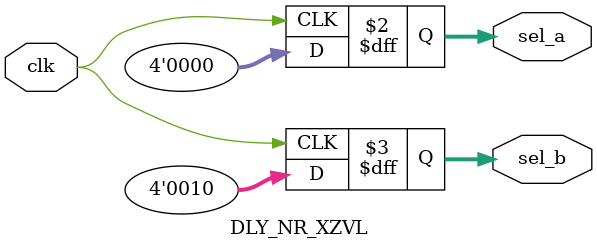
<source format=v>
module DLY_NR_XZVL (clk, sel_a, sel_b);
   input clk;
   output reg [3:0] sel_a;
   output reg [3:0] sel_b;
   parameter delay_x = 2'bx1;
   parameter delay_z = 2'bz1;

   always @(posedge clk)
   begin
      #delay_x sel_a<= 4'b0000;
      #delay_z sel_b<= 4'b0010;
   end
endmodule


</source>
